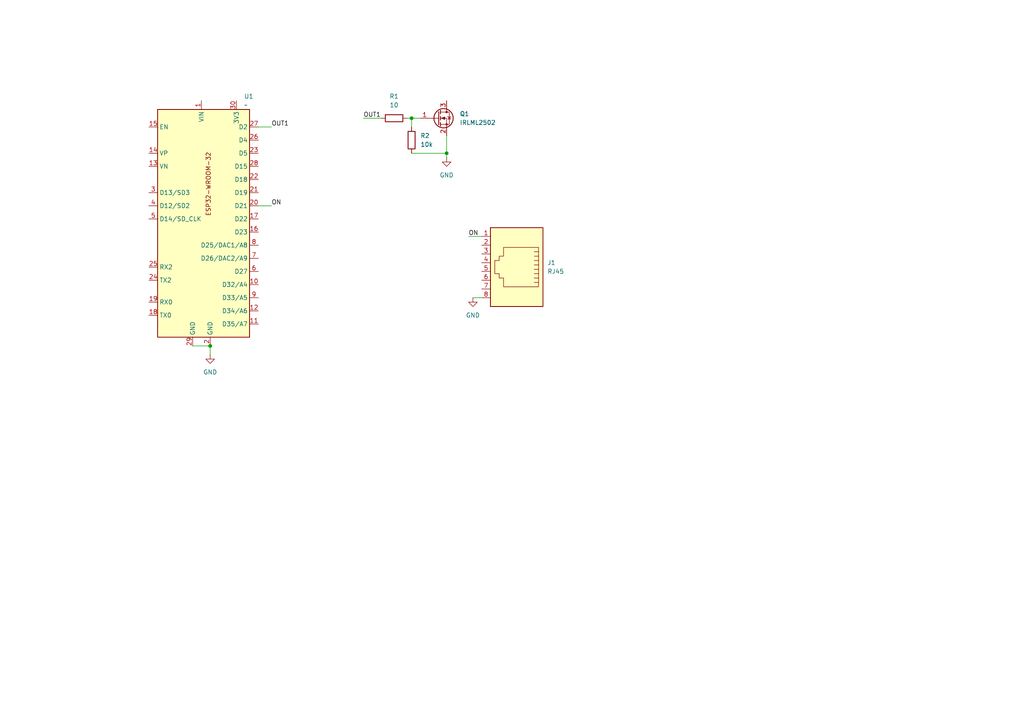
<source format=kicad_sch>
(kicad_sch (version 20231120) (generator "eeschema") (generator_version "8.0")
  (paper "A4")
  (lib_symbols
    (symbol "Connector:RJ45" (pin_names (offset 1.016))
      (property "Reference" "J" (at -5.08 13.97 0))
      (property "Value" "RJ45" (at 2.54 13.97 0))
      (symbol "RJ45_0_1"
        (polyline (pts (xy -5.08 4.445) (xy -6.35 4.445)))
        (polyline (pts (xy -5.08 5.715) (xy -6.35 5.715)))
        (polyline (pts (xy -6.35 -3.175) (xy -5.08 -3.175) (xy -5.08 -3.175)))
        (polyline (pts (xy -6.35 -1.905) (xy -5.08 -1.905) (xy -5.08 -1.905)))
        (polyline (pts (xy -6.35 -0.635) (xy -5.08 -0.635) (xy -5.08 -0.635)))
        (polyline (pts (xy -6.35 0.635) (xy -5.08 0.635) (xy -5.08 0.635)))
        (polyline (pts (xy -6.35 1.905) (xy -5.08 1.905) (xy -5.08 1.905)))
        (polyline (pts (xy -5.08 3.175) (xy -6.35 3.175) (xy -6.35 3.175)))
        (polyline (pts (xy -6.35 -4.445) (xy -6.35 6.985) (xy 3.81 6.985) (xy 3.81 4.445) (xy 5.08 4.445) (xy 5.08 3.175) (xy 6.35 3.175) (xy 6.35 -0.635) (xy 5.08 -0.635) (xy 5.08 -1.905) (xy 3.81 -1.905) (xy 3.81 -4.445) (xy -6.35 -4.445) (xy -6.35 -4.445)))
        (rectangle (start 7.62 12.7) (end -7.62 -10.16) (stroke (width 0.254)) (fill (type background)))
      )
      (symbol "RJ45_1_1"
        (pin passive line (at 10.16 -7.62 180) (length 2.54) (name "~") (number "1"))
        (pin passive line (at 10.16 -5.08 180) (length 2.54) (name "~") (number "2"))
        (pin passive line (at 10.16 -2.54 180) (length 2.54) (name "~") (number "3"))
        (pin passive line (at 10.16 0 180) (length 2.54) (name "~") (number "4"))
        (pin passive line (at 10.16 2.54 180) (length 2.54) (name "~") (number "5"))
        (pin passive line (at 10.16 5.08 180) (length 2.54) (name "~") (number "6"))
        (pin passive line (at 10.16 7.62 180) (length 2.54) (name "~") (number "7"))
        (pin passive line (at 10.16 10.16 180) (length 2.54) (name "~") (number "8"))
      )
    )
    (symbol "Device:R" (pin_numbers hide) (pin_names (offset 0))
      (property "Reference" "R" (at 2.032 0 90))
      (property "Value" "R" (at 0 0 90))
      (symbol "R_0_1"
        (rectangle (start -1.016 -2.54) (end 1.016 2.54) (stroke (width 0.254)))
      )
      (symbol "R_1_1"
        (pin passive line (at 0 3.81 270) (length 1.27) (name "~") (number "1"))
        (pin passive line (at 0 -3.81 90) (length 1.27) (name "~") (number "2"))
      )
    )
    (symbol "Transistor_FET:IRLML0030" (pin_names hide)
      (property "Reference" "Q" (at 5.08 1.905 0))
      (property "Value" "IRLML0030" (at 5.08 0 0))
      (symbol "IRLML0030_0_1"
        (polyline (pts (xy 0.254 0) (xy -2.54 0)))
        (polyline (pts (xy 0.254 1.905) (xy 0.254 -1.905)) (stroke (width 0.254)))
        (polyline (pts (xy 0.762 -1.27) (xy 0.762 -2.286)) (stroke (width 0.254)))
        (polyline (pts (xy 0.762 0.508) (xy 0.762 -0.508)) (stroke (width 0.254)))
        (polyline (pts (xy 0.762 2.286) (xy 0.762 1.27)) (stroke (width 0.254)))
        (polyline (pts (xy 2.54 2.54) (xy 2.54 1.778)))
        (polyline (pts (xy 2.54 -2.54) (xy 2.54 0) (xy 0.762 0)))
        (polyline (pts (xy 0.762 -1.778) (xy 3.302 -1.778) (xy 3.302 1.778) (xy 0.762 1.778)))
        (polyline (pts (xy 1.016 0) (xy 2.032 0.381) (xy 2.032 -0.381) (xy 1.016 0)) (fill (type outline)))
        (polyline (pts (xy 2.794 0.508) (xy 2.921 0.381) (xy 3.683 0.381) (xy 3.81 0.254)))
        (polyline (pts (xy 3.302 0.381) (xy 2.921 -0.254) (xy 3.683 -0.254) (xy 3.302 0.381)))
        (circle (center 1.651 0) (radius 2.794) (stroke (width 0.254)))
        (circle (center 2.54 -1.778) (radius 0.254) (fill (type outline)))
        (circle (center 2.54 1.778) (radius 0.254) (fill (type outline)))
      )
      (symbol "IRLML0030_1_1"
        (pin input line (at -5.08 0 0) (length 2.54) (name "G") (number "1"))
        (pin passive line (at 2.54 -5.08 90) (length 2.54) (name "S") (number "2"))
        (pin passive line (at 2.54 5.08 270) (length 2.54) (name "D") (number "3"))
      )
    )
    (symbol "my_sym:ESP32_DEV"
      (property "Reference" "U" (at -9.652 35.306 0))
      (symbol "ESP32_DEV_0_1"
        (rectangle (start -12.7 33.02) (end 13.97 -33.02) (stroke (width 0.254)) (fill (type background)))
      )
      (symbol "ESP32_DEV_1_1"
        (text "ESP32-WROOM-32" (at 2.032 11.43 900) (effects (font (size 1.27 1.27))))
        (pin power_in line (at 0 35.56 270) (length 2.54) (name "VIN") (number "1"))
        (pin bidirectional line (at 16.51 -17.78 180) (length 2.54) (name "D32/A4") (number "10"))
        (pin bidirectional line (at 16.51 -29.21 180) (length 2.54) (name "D35/A7") (number "11"))
        (pin bidirectional line (at 16.51 -25.4 180) (length 2.54) (name "D34/A6") (number "12"))
        (pin input line (at -15.24 16.51 0) (length 2.54) (name "VN") (number "13"))
        (pin input line (at -15.24 20.32 0) (length 2.54) (name "VP") (number "14"))
        (pin input line (at -15.24 27.94 0) (length 2.54) (name "EN") (number "15"))
        (pin bidirectional line (at 16.51 -2.54 180) (length 2.54) (name "D23") (number "16"))
        (pin bidirectional line (at 16.51 1.27 180) (length 2.54) (name "D22") (number "17"))
        (pin output line (at -15.24 -26.67 0) (length 2.54) (name "TX0") (number "18"))
        (pin input line (at -15.24 -22.86 0) (length 2.54) (name "RX0") (number "19"))
        (pin power_in line (at 2.54 -35.56 90) (length 2.54) (name "GND") (number "2"))
        (pin bidirectional line (at 16.51 5.08 180) (length 2.54) (name "D21") (number "20"))
        (pin bidirectional line (at 16.51 8.89 180) (length 2.54) (name "D19") (number "21"))
        (pin bidirectional line (at 16.51 12.7 180) (length 2.54) (name "D18") (number "22"))
        (pin bidirectional line (at 16.51 20.32 180) (length 2.54) (name "D5") (number "23"))
        (pin output line (at -15.24 -16.51 0) (length 2.54) (name "TX2") (number "24"))
        (pin input line (at -15.24 -12.7 0) (length 2.54) (name "RX2") (number "25"))
        (pin bidirectional line (at 16.51 24.13 180) (length 2.54) (name "D4") (number "26"))
        (pin bidirectional line (at 16.51 27.94 180) (length 2.54) (name "D2") (number "27"))
        (pin bidirectional line (at 16.51 16.51 180) (length 2.54) (name "D15") (number "28"))
        (pin power_in line (at -2.54 -35.56 90) (length 2.54) (name "GND") (number "29"))
        (pin input line (at -15.24 8.89 0) (length 2.54) (name "D13/SD3") (number "3"))
        (pin power_out line (at 10.16 35.56 270) (length 2.54) (name "3V3") (number "30"))
        (pin input line (at -15.24 5.08 0) (length 2.54) (name "D12/SD2") (number "4"))
        (pin input line (at -15.24 1.27 0) (length 2.54) (name "D14/SD_CLK") (number "5"))
        (pin bidirectional line (at 16.51 -13.97 180) (length 2.54) (name "D27") (number "6"))
        (pin bidirectional line (at 16.51 -10.16 180) (length 2.54) (name "D26/DAC2/A9") (number "7"))
        (pin bidirectional line (at 16.51 -6.35 180) (length 2.54) (name "D25/DAC1/A8") (number "8"))
        (pin bidirectional line (at 16.51 -21.59 180) (length 2.54) (name "D33/A5") (number "9"))
      )
    )
    (symbol "power:GND" (power) (pin_numbers hide) (pin_names (offset 0) hide)
      (property "Value" "GND" (at 0 -3.81 0))
      (symbol "GND_0_1"
        (polyline (pts (xy 0 0) (xy 0 -1.27) (xy 1.27 -1.27) (xy 0 -2.54) (xy -1.27 -1.27) (xy 0 -1.27)))
      )
      (symbol "GND_1_1"
        (pin power_in line (at 0 0 270) (length 0) (name "~") (number "1"))
      )
    )
  )
  (junction (at 129.54 44.45))
  (junction (at 119.38 34.29))
  (junction (at 60.96 100.33))
  (wire (pts (xy 137.16 86.36) (xy 139.7 86.36)))
  (wire (pts (xy 55.88 100.33) (xy 60.96 100.33)))
  (wire (pts (xy 74.93 36.83) (xy 78.74 36.83)))
  (wire (pts (xy 129.54 39.37) (xy 129.54 44.45)))
  (wire (pts (xy 119.38 44.45) (xy 129.54 44.45)))
  (wire (pts (xy 105.41 34.29) (xy 110.49 34.29)))
  (wire (pts (xy 119.38 34.29) (xy 121.92 34.29)))
  (wire (pts (xy 135.89 68.58) (xy 139.7 68.58)))
  (wire (pts (xy 129.54 44.45) (xy 129.54 45.72)))
  (wire (pts (xy 118.11 34.29) (xy 119.38 34.29)))
  (wire (pts (xy 74.93 59.69) (xy 78.74 59.69)))
  (wire (pts (xy 60.96 100.33) (xy 60.96 102.87)))
  (wire (pts (xy 119.38 36.83) (xy 119.38 34.29)))
  (label "OUT1" (at 78.74 36.83 0))
  (label "OUT1" (at 105.41 34.29 0))
  (label "ON" (at 78.74 59.69 0))
  (label "ON" (at 135.89 68.58 0))
  (symbol (lib_id "Connector:RJ45") (at 149.86 76.2 180) (unit 1)
    (property "Reference" "J1" (at 158.75 76.1999 0) (effects (justify right)))
    (property "Value" "RJ45" (at 158.75 78.7399 0) (effects (justify right)))
    (property "Footprint" "Connector_RJ:RJ45_Amphenol_54602-x08_Horizontal" (effects (hide yes)))
    (property "Description" "RJ connector, 8P8C (8 positions 8 connected)" (effects (hide yes)))
    (property "digikey" "https://www.digikey.de/en/products/detail/amphenol-cs-fci/54602-908LF/1001360" (effects (hide yes)))
  )
  (symbol (lib_id "power:GND") (at 129.54 45.72 0) (unit 1)
    (property "Reference" "#PWR01" (effects (hide yes)))
    (property "Value" "GND" (at 129.54 50.8 0))
    (property "Description" "Power symbol creates a global label with name \"GND\" , ground" (effects (hide yes)))
  )
  (symbol (lib_id "power:GND") (at 137.16 86.36 0) (unit 1)
    (property "Reference" "#PWR03" (effects (hide yes)))
    (property "Value" "GND" (at 137.16 91.44 0))
    (property "Description" "Power symbol creates a global label with name \"GND\" , ground" (effects (hide yes)))
  )
  (symbol (lib_id "my_sym:ESP32_DEV") (at 58.42 64.77 0) (unit 1)
    (property "Reference" "U1" (at 70.7741 27.94 0) (effects (justify left)))
    (property "Value" "~" (at 70.7741 30.48 0) (effects (justify left)))
    (property "Footprint" "Library:ESP32_dev" (effects (hide yes)))
  )
  (symbol (lib_id "Device:R") (at 114.3 34.29 90) (unit 1)
    (property "Reference" "R1" (at 114.3 27.94 90))
    (property "Value" "10" (at 114.3 30.48 90))
    (property "Footprint" "Resistor_SMD:R_1206_3216Metric_Pad1.30x1.75mm_HandSolder" (effects (hide yes)))
    (property "Description" "Resistor" (effects (hide yes)))
    (property "digikey" "https://www.digikey.de/en/products/detail/stackpole-electronics-inc/RMCF1206FT10R0/1759594" (effects (hide yes)))
  )
  (symbol (lib_id "Device:R") (at 119.38 40.64 180) (unit 1)
    (property "Reference" "R2" (at 121.92 39.3699 0) (effects (justify right)))
    (property "Value" "10k" (at 121.92 41.9099 0) (effects (justify right)))
    (property "Footprint" "Resistor_SMD:R_1206_3216Metric_Pad1.30x1.75mm_HandSolder" (effects (hide yes)))
    (property "Description" "Resistor" (effects (hide yes)))
    (property "digikey" "https://www.digikey.de/en/products/detail/yageo/RC1206FR-0710KL/728483" (effects (hide yes)))
  )
  (symbol (lib_id "power:GND") (at 60.96 102.87 0) (unit 1)
    (property "Reference" "#PWR02" (effects (hide yes)))
    (property "Value" "GND" (at 60.96 107.95 0))
    (property "Description" "Power symbol creates a global label with name \"GND\" , ground" (effects (hide yes)))
  )
  (symbol (lib_id "Transistor_FET:IRLML0030") (at 127 34.29 0) (unit 1)
    (property "Reference" "Q1" (at 133.35 33.0199 0) (effects (justify left)))
    (property "Value" "IRLML2502" (at 133.35 35.5599 0) (effects (justify left)))
    (property "Footprint" "Package_TO_SOT_SMD:SOT-23-3" (effects (hide yes)))
    (property "Datasheet" "https://www.infineon.com/dgdl/irlml2502pbf.pdf?fileId=5546d462533600a401535668048e2606" (effects (hide yes)))
    (property "Description" "N-Channel Power MOSFET, SOT-23" (effects (hide yes)))
    (property "digikey" "https://www.digikey.de/en/products/detail/infineon-technologies/irlml2502trpbf/811439" (effects (hide yes)))
  )
)
</source>
